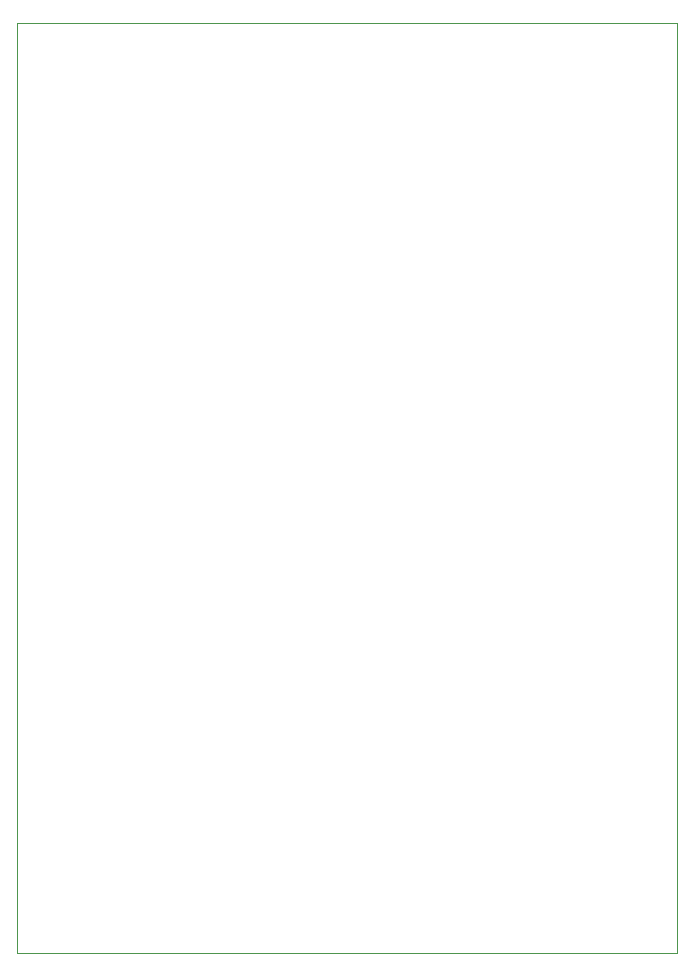
<source format=gbr>
G04 #@! TF.GenerationSoftware,KiCad,Pcbnew,5.1.5-52549c5~84~ubuntu18.04.1*
G04 #@! TF.CreationDate,2020-01-29T17:28:10-05:00*
G04 #@! TF.ProjectId,CEM3340_VCO,43454d33-3334-4305-9f56-434f2e6b6963,rev?*
G04 #@! TF.SameCoordinates,Original*
G04 #@! TF.FileFunction,Profile,NP*
%FSLAX46Y46*%
G04 Gerber Fmt 4.6, Leading zero omitted, Abs format (unit mm)*
G04 Created by KiCad (PCBNEW 5.1.5-52549c5~84~ubuntu18.04.1) date 2020-01-29 17:28:10*
%MOMM*%
%LPD*%
G04 APERTURE LIST*
%ADD10C,0.050000*%
G04 APERTURE END LIST*
D10*
X132080000Y-129540000D02*
X76200000Y-129540000D01*
X132080000Y-50800000D02*
X132080000Y-129540000D01*
X76200000Y-50800000D02*
X132080000Y-50800000D01*
X76200000Y-129540000D02*
X76200000Y-50800000D01*
M02*

</source>
